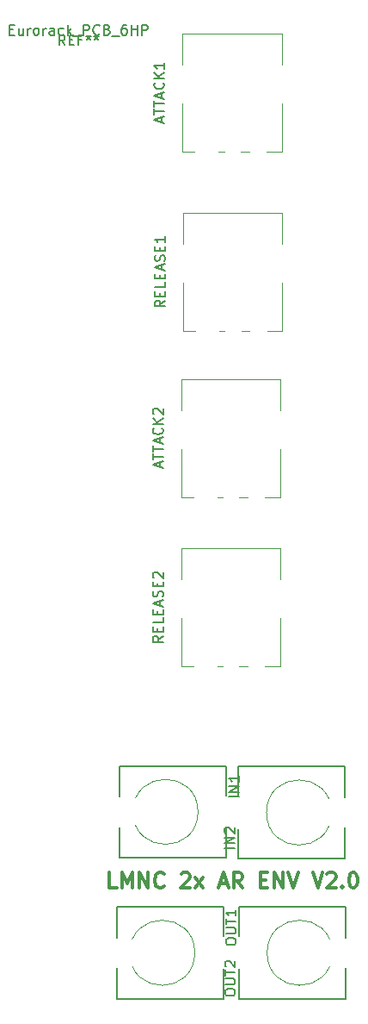
<source format=gbr>
G04 #@! TF.GenerationSoftware,KiCad,Pcbnew,(5.1.10-1-10_14)*
G04 #@! TF.CreationDate,2021-11-27T15:41:33+01:00*
G04 #@! TF.ProjectId,main,6d61696e-2e6b-4696-9361-645f70636258,rev?*
G04 #@! TF.SameCoordinates,Original*
G04 #@! TF.FileFunction,Legend,Top*
G04 #@! TF.FilePolarity,Positive*
%FSLAX46Y46*%
G04 Gerber Fmt 4.6, Leading zero omitted, Abs format (unit mm)*
G04 Created by KiCad (PCBNEW (5.1.10-1-10_14)) date 2021-11-27 15:41:33*
%MOMM*%
%LPD*%
G01*
G04 APERTURE LIST*
%ADD10C,0.300000*%
%ADD11C,0.120000*%
%ADD12C,0.200000*%
%ADD13C,0.150000*%
%ADD14O,2.720000X3.240000*%
%ADD15C,1.800000*%
%ADD16R,1.800000X1.800000*%
%ADD17O,2.300000X3.100000*%
%ADD18C,1.700000*%
G04 APERTURE END LIST*
D10*
X118583714Y-132377571D02*
X117869428Y-132377571D01*
X117869428Y-130877571D01*
X119083714Y-132377571D02*
X119083714Y-130877571D01*
X119583714Y-131949000D01*
X120083714Y-130877571D01*
X120083714Y-132377571D01*
X120798000Y-132377571D02*
X120798000Y-130877571D01*
X121655142Y-132377571D01*
X121655142Y-130877571D01*
X123226571Y-132234714D02*
X123155142Y-132306142D01*
X122940857Y-132377571D01*
X122798000Y-132377571D01*
X122583714Y-132306142D01*
X122440857Y-132163285D01*
X122369428Y-132020428D01*
X122298000Y-131734714D01*
X122298000Y-131520428D01*
X122369428Y-131234714D01*
X122440857Y-131091857D01*
X122583714Y-130949000D01*
X122798000Y-130877571D01*
X122940857Y-130877571D01*
X123155142Y-130949000D01*
X123226571Y-131020428D01*
X124940857Y-131020428D02*
X125012285Y-130949000D01*
X125155142Y-130877571D01*
X125512285Y-130877571D01*
X125655142Y-130949000D01*
X125726571Y-131020428D01*
X125798000Y-131163285D01*
X125798000Y-131306142D01*
X125726571Y-131520428D01*
X124869428Y-132377571D01*
X125798000Y-132377571D01*
X126298000Y-132377571D02*
X127083714Y-131377571D01*
X126298000Y-131377571D02*
X127083714Y-132377571D01*
X128726571Y-131949000D02*
X129440857Y-131949000D01*
X128583714Y-132377571D02*
X129083714Y-130877571D01*
X129583714Y-132377571D01*
X130940857Y-132377571D02*
X130440857Y-131663285D01*
X130083714Y-132377571D02*
X130083714Y-130877571D01*
X130655142Y-130877571D01*
X130798000Y-130949000D01*
X130869428Y-131020428D01*
X130940857Y-131163285D01*
X130940857Y-131377571D01*
X130869428Y-131520428D01*
X130798000Y-131591857D01*
X130655142Y-131663285D01*
X130083714Y-131663285D01*
X132726571Y-131591857D02*
X133226571Y-131591857D01*
X133440857Y-132377571D02*
X132726571Y-132377571D01*
X132726571Y-130877571D01*
X133440857Y-130877571D01*
X134083714Y-132377571D02*
X134083714Y-130877571D01*
X134940857Y-132377571D01*
X134940857Y-130877571D01*
X135440857Y-130877571D02*
X135940857Y-132377571D01*
X136440857Y-130877571D01*
X137869428Y-130877571D02*
X138369428Y-132377571D01*
X138869428Y-130877571D01*
X139298000Y-131020428D02*
X139369428Y-130949000D01*
X139512285Y-130877571D01*
X139869428Y-130877571D01*
X140012285Y-130949000D01*
X140083714Y-131020428D01*
X140155142Y-131163285D01*
X140155142Y-131306142D01*
X140083714Y-131520428D01*
X139226571Y-132377571D01*
X140155142Y-132377571D01*
X140798000Y-132234714D02*
X140869428Y-132306142D01*
X140798000Y-132377571D01*
X140726571Y-132306142D01*
X140798000Y-132234714D01*
X140798000Y-132377571D01*
X141798000Y-130877571D02*
X141940857Y-130877571D01*
X142083714Y-130949000D01*
X142155142Y-131020428D01*
X142226571Y-131163285D01*
X142298000Y-131449000D01*
X142298000Y-131806142D01*
X142226571Y-132091857D01*
X142155142Y-132234714D01*
X142083714Y-132306142D01*
X141940857Y-132377571D01*
X141798000Y-132377571D01*
X141655142Y-132306142D01*
X141583714Y-132234714D01*
X141512285Y-132091857D01*
X141440857Y-131806142D01*
X141440857Y-131449000D01*
X141512285Y-131163285D01*
X141583714Y-131020428D01*
X141655142Y-130949000D01*
X141798000Y-130877571D01*
D11*
X134688000Y-82399000D02*
X124948000Y-82399000D01*
X134688000Y-93989000D02*
X133198000Y-93989000D01*
X134688000Y-85459000D02*
X134688000Y-82399000D01*
X124938000Y-93989000D02*
X124938000Y-89269000D01*
X124948000Y-85459000D02*
X124948000Y-82399000D01*
X134688000Y-93989000D02*
X134688000Y-89269000D01*
X126128000Y-93989000D02*
X124948000Y-93989000D01*
X129028000Y-93989000D02*
X128498000Y-93989000D01*
X131478000Y-93989000D02*
X130648000Y-93989000D01*
X134688000Y-99036000D02*
X124948000Y-99036000D01*
X134688000Y-110626000D02*
X133198000Y-110626000D01*
X134688000Y-102096000D02*
X134688000Y-99036000D01*
X124938000Y-110626000D02*
X124938000Y-105906000D01*
X124948000Y-102096000D02*
X124948000Y-99036000D01*
X134688000Y-110626000D02*
X134688000Y-105906000D01*
X126128000Y-110626000D02*
X124948000Y-110626000D01*
X129028000Y-110626000D02*
X128498000Y-110626000D01*
X131478000Y-110626000D02*
X130648000Y-110626000D01*
X134814000Y-48490000D02*
X125074000Y-48490000D01*
X134814000Y-60080000D02*
X133324000Y-60080000D01*
X134814000Y-51550000D02*
X134814000Y-48490000D01*
X125064000Y-60080000D02*
X125064000Y-55360000D01*
X125074000Y-51550000D02*
X125074000Y-48490000D01*
X134814000Y-60080000D02*
X134814000Y-55360000D01*
X126254000Y-60080000D02*
X125074000Y-60080000D01*
X129154000Y-60080000D02*
X128624000Y-60080000D01*
X131604000Y-60080000D02*
X130774000Y-60080000D01*
X134878000Y-66079500D02*
X125138000Y-66079500D01*
X134878000Y-77669500D02*
X133388000Y-77669500D01*
X134878000Y-69139500D02*
X134878000Y-66079500D01*
X125128000Y-77669500D02*
X125128000Y-72949500D01*
X125138000Y-69139500D02*
X125138000Y-66079500D01*
X134878000Y-77669500D02*
X134878000Y-72949500D01*
X126318000Y-77669500D02*
X125138000Y-77669500D01*
X129218000Y-77669500D02*
X128688000Y-77669500D01*
X131668000Y-77669500D02*
X130838000Y-77669500D01*
D12*
X141088000Y-134248000D02*
X130588000Y-134248000D01*
X141088000Y-143248000D02*
X130588000Y-143248000D01*
X130588000Y-143248000D02*
X130588000Y-140348000D01*
X130588000Y-137148000D02*
X130588000Y-134248000D01*
X141088000Y-143248000D02*
X141088000Y-140248000D01*
X141088000Y-137248000D02*
X141088000Y-134248000D01*
D11*
X139788000Y-138748000D02*
G75*
G03*
X139788000Y-138748000I-3200000J0D01*
G01*
D12*
X118563000Y-143248000D02*
X129063000Y-143248000D01*
X118563000Y-134248000D02*
X129063000Y-134248000D01*
X129063000Y-134248000D02*
X129063000Y-137148000D01*
X129063000Y-140348000D02*
X129063000Y-143248000D01*
X118563000Y-134248000D02*
X118563000Y-137248000D01*
X118563000Y-140248000D02*
X118563000Y-143248000D01*
D11*
X126263000Y-138748000D02*
G75*
G03*
X126263000Y-138748000I-3200000J0D01*
G01*
D12*
X141025000Y-120468000D02*
X130525000Y-120468000D01*
X141025000Y-129468000D02*
X130525000Y-129468000D01*
X130525000Y-129468000D02*
X130525000Y-126568000D01*
X130525000Y-123368000D02*
X130525000Y-120468000D01*
X141025000Y-129468000D02*
X141025000Y-126468000D01*
X141025000Y-123468000D02*
X141025000Y-120468000D01*
D11*
X139725000Y-124968000D02*
G75*
G03*
X139725000Y-124968000I-3200000J0D01*
G01*
D12*
X118880000Y-129404000D02*
X129380000Y-129404000D01*
X118880000Y-120404000D02*
X129380000Y-120404000D01*
X129380000Y-120404000D02*
X129380000Y-123304000D01*
X129380000Y-126504000D02*
X129380000Y-129404000D01*
X118880000Y-120404000D02*
X118880000Y-123404000D01*
X118880000Y-126404000D02*
X118880000Y-129404000D01*
D11*
X126580000Y-124904000D02*
G75*
G03*
X126580000Y-124904000I-3200000J0D01*
G01*
D13*
X113474666Y-49593380D02*
X113141333Y-49117190D01*
X112903238Y-49593380D02*
X112903238Y-48593380D01*
X113284190Y-48593380D01*
X113379428Y-48641000D01*
X113427047Y-48688619D01*
X113474666Y-48783857D01*
X113474666Y-48926714D01*
X113427047Y-49021952D01*
X113379428Y-49069571D01*
X113284190Y-49117190D01*
X112903238Y-49117190D01*
X113903238Y-49069571D02*
X114236571Y-49069571D01*
X114379428Y-49593380D02*
X113903238Y-49593380D01*
X113903238Y-48593380D01*
X114379428Y-48593380D01*
X115141333Y-49069571D02*
X114808000Y-49069571D01*
X114808000Y-49593380D02*
X114808000Y-48593380D01*
X115284190Y-48593380D01*
X115808000Y-48593380D02*
X115808000Y-48831476D01*
X115569904Y-48736238D02*
X115808000Y-48831476D01*
X116046095Y-48736238D01*
X115665142Y-49021952D02*
X115808000Y-48831476D01*
X115950857Y-49021952D01*
X116569904Y-48593380D02*
X116569904Y-48831476D01*
X116331809Y-48736238D02*
X116569904Y-48831476D01*
X116808000Y-48736238D01*
X116427047Y-49021952D02*
X116569904Y-48831476D01*
X116712761Y-49021952D01*
X108022285Y-48069571D02*
X108355619Y-48069571D01*
X108498476Y-48593380D02*
X108022285Y-48593380D01*
X108022285Y-47593380D01*
X108498476Y-47593380D01*
X109355619Y-47926714D02*
X109355619Y-48593380D01*
X108927047Y-47926714D02*
X108927047Y-48450523D01*
X108974666Y-48545761D01*
X109069904Y-48593380D01*
X109212761Y-48593380D01*
X109308000Y-48545761D01*
X109355619Y-48498142D01*
X109831809Y-48593380D02*
X109831809Y-47926714D01*
X109831809Y-48117190D02*
X109879428Y-48021952D01*
X109927047Y-47974333D01*
X110022285Y-47926714D01*
X110117523Y-47926714D01*
X110593714Y-48593380D02*
X110498476Y-48545761D01*
X110450857Y-48498142D01*
X110403238Y-48402904D01*
X110403238Y-48117190D01*
X110450857Y-48021952D01*
X110498476Y-47974333D01*
X110593714Y-47926714D01*
X110736571Y-47926714D01*
X110831809Y-47974333D01*
X110879428Y-48021952D01*
X110927047Y-48117190D01*
X110927047Y-48402904D01*
X110879428Y-48498142D01*
X110831809Y-48545761D01*
X110736571Y-48593380D01*
X110593714Y-48593380D01*
X111355619Y-48593380D02*
X111355619Y-47926714D01*
X111355619Y-48117190D02*
X111403238Y-48021952D01*
X111450857Y-47974333D01*
X111546095Y-47926714D01*
X111641333Y-47926714D01*
X112403238Y-48593380D02*
X112403238Y-48069571D01*
X112355619Y-47974333D01*
X112260380Y-47926714D01*
X112069904Y-47926714D01*
X111974666Y-47974333D01*
X112403238Y-48545761D02*
X112308000Y-48593380D01*
X112069904Y-48593380D01*
X111974666Y-48545761D01*
X111927047Y-48450523D01*
X111927047Y-48355285D01*
X111974666Y-48260047D01*
X112069904Y-48212428D01*
X112308000Y-48212428D01*
X112403238Y-48164809D01*
X113308000Y-48545761D02*
X113212761Y-48593380D01*
X113022285Y-48593380D01*
X112927047Y-48545761D01*
X112879428Y-48498142D01*
X112831809Y-48402904D01*
X112831809Y-48117190D01*
X112879428Y-48021952D01*
X112927047Y-47974333D01*
X113022285Y-47926714D01*
X113212761Y-47926714D01*
X113308000Y-47974333D01*
X113736571Y-48593380D02*
X113736571Y-47593380D01*
X113831809Y-48212428D02*
X114117523Y-48593380D01*
X114117523Y-47926714D02*
X113736571Y-48307666D01*
X114308000Y-48688619D02*
X115069904Y-48688619D01*
X115308000Y-48593380D02*
X115308000Y-47593380D01*
X115688952Y-47593380D01*
X115784190Y-47641000D01*
X115831809Y-47688619D01*
X115879428Y-47783857D01*
X115879428Y-47926714D01*
X115831809Y-48021952D01*
X115784190Y-48069571D01*
X115688952Y-48117190D01*
X115308000Y-48117190D01*
X116879428Y-48498142D02*
X116831809Y-48545761D01*
X116688952Y-48593380D01*
X116593714Y-48593380D01*
X116450857Y-48545761D01*
X116355619Y-48450523D01*
X116308000Y-48355285D01*
X116260380Y-48164809D01*
X116260380Y-48021952D01*
X116308000Y-47831476D01*
X116355619Y-47736238D01*
X116450857Y-47641000D01*
X116593714Y-47593380D01*
X116688952Y-47593380D01*
X116831809Y-47641000D01*
X116879428Y-47688619D01*
X117641333Y-48069571D02*
X117784190Y-48117190D01*
X117831809Y-48164809D01*
X117879428Y-48260047D01*
X117879428Y-48402904D01*
X117831809Y-48498142D01*
X117784190Y-48545761D01*
X117688952Y-48593380D01*
X117308000Y-48593380D01*
X117308000Y-47593380D01*
X117641333Y-47593380D01*
X117736571Y-47641000D01*
X117784190Y-47688619D01*
X117831809Y-47783857D01*
X117831809Y-47879095D01*
X117784190Y-47974333D01*
X117736571Y-48021952D01*
X117641333Y-48069571D01*
X117308000Y-48069571D01*
X118069904Y-48688619D02*
X118831809Y-48688619D01*
X119498476Y-47593380D02*
X119308000Y-47593380D01*
X119212761Y-47641000D01*
X119165142Y-47688619D01*
X119069904Y-47831476D01*
X119022285Y-48021952D01*
X119022285Y-48402904D01*
X119069904Y-48498142D01*
X119117523Y-48545761D01*
X119212761Y-48593380D01*
X119403238Y-48593380D01*
X119498476Y-48545761D01*
X119546095Y-48498142D01*
X119593714Y-48402904D01*
X119593714Y-48164809D01*
X119546095Y-48069571D01*
X119498476Y-48021952D01*
X119403238Y-47974333D01*
X119212761Y-47974333D01*
X119117523Y-48021952D01*
X119069904Y-48069571D01*
X119022285Y-48164809D01*
X120022285Y-48593380D02*
X120022285Y-47593380D01*
X120022285Y-48069571D02*
X120593714Y-48069571D01*
X120593714Y-48593380D02*
X120593714Y-47593380D01*
X121069904Y-48593380D02*
X121069904Y-47593380D01*
X121450857Y-47593380D01*
X121546095Y-47641000D01*
X121593714Y-47688619D01*
X121641333Y-47783857D01*
X121641333Y-47926714D01*
X121593714Y-48021952D01*
X121546095Y-48069571D01*
X121450857Y-48117190D01*
X121069904Y-48117190D01*
X122844666Y-91063761D02*
X122844666Y-90587571D01*
X123130380Y-91159000D02*
X122130380Y-90825666D01*
X123130380Y-90492333D01*
X122130380Y-90301857D02*
X122130380Y-89730428D01*
X123130380Y-90016142D02*
X122130380Y-90016142D01*
X122130380Y-89539952D02*
X122130380Y-88968523D01*
X123130380Y-89254238D02*
X122130380Y-89254238D01*
X122844666Y-88682809D02*
X122844666Y-88206619D01*
X123130380Y-88778047D02*
X122130380Y-88444714D01*
X123130380Y-88111380D01*
X123035142Y-87206619D02*
X123082761Y-87254238D01*
X123130380Y-87397095D01*
X123130380Y-87492333D01*
X123082761Y-87635190D01*
X122987523Y-87730428D01*
X122892285Y-87778047D01*
X122701809Y-87825666D01*
X122558952Y-87825666D01*
X122368476Y-87778047D01*
X122273238Y-87730428D01*
X122178000Y-87635190D01*
X122130380Y-87492333D01*
X122130380Y-87397095D01*
X122178000Y-87254238D01*
X122225619Y-87206619D01*
X123130380Y-86778047D02*
X122130380Y-86778047D01*
X123130380Y-86206619D02*
X122558952Y-86635190D01*
X122130380Y-86206619D02*
X122701809Y-86778047D01*
X122225619Y-85825666D02*
X122178000Y-85778047D01*
X122130380Y-85682809D01*
X122130380Y-85444714D01*
X122178000Y-85349476D01*
X122225619Y-85301857D01*
X122320857Y-85254238D01*
X122416095Y-85254238D01*
X122558952Y-85301857D01*
X123130380Y-85873285D01*
X123130380Y-85254238D01*
X123130380Y-107629333D02*
X122654190Y-107962666D01*
X123130380Y-108200761D02*
X122130380Y-108200761D01*
X122130380Y-107819809D01*
X122178000Y-107724571D01*
X122225619Y-107676952D01*
X122320857Y-107629333D01*
X122463714Y-107629333D01*
X122558952Y-107676952D01*
X122606571Y-107724571D01*
X122654190Y-107819809D01*
X122654190Y-108200761D01*
X122606571Y-107200761D02*
X122606571Y-106867428D01*
X123130380Y-106724571D02*
X123130380Y-107200761D01*
X122130380Y-107200761D01*
X122130380Y-106724571D01*
X123130380Y-105819809D02*
X123130380Y-106296000D01*
X122130380Y-106296000D01*
X122606571Y-105486476D02*
X122606571Y-105153142D01*
X123130380Y-105010285D02*
X123130380Y-105486476D01*
X122130380Y-105486476D01*
X122130380Y-105010285D01*
X122844666Y-104629333D02*
X122844666Y-104153142D01*
X123130380Y-104724571D02*
X122130380Y-104391238D01*
X123130380Y-104057904D01*
X123082761Y-103772190D02*
X123130380Y-103629333D01*
X123130380Y-103391238D01*
X123082761Y-103296000D01*
X123035142Y-103248380D01*
X122939904Y-103200761D01*
X122844666Y-103200761D01*
X122749428Y-103248380D01*
X122701809Y-103296000D01*
X122654190Y-103391238D01*
X122606571Y-103581714D01*
X122558952Y-103676952D01*
X122511333Y-103724571D01*
X122416095Y-103772190D01*
X122320857Y-103772190D01*
X122225619Y-103724571D01*
X122178000Y-103676952D01*
X122130380Y-103581714D01*
X122130380Y-103343619D01*
X122178000Y-103200761D01*
X122606571Y-102772190D02*
X122606571Y-102438857D01*
X123130380Y-102296000D02*
X123130380Y-102772190D01*
X122130380Y-102772190D01*
X122130380Y-102296000D01*
X122225619Y-101915047D02*
X122178000Y-101867428D01*
X122130380Y-101772190D01*
X122130380Y-101534095D01*
X122178000Y-101438857D01*
X122225619Y-101391238D01*
X122320857Y-101343619D01*
X122416095Y-101343619D01*
X122558952Y-101391238D01*
X123130380Y-101962666D01*
X123130380Y-101343619D01*
X122970666Y-57154761D02*
X122970666Y-56678571D01*
X123256380Y-57250000D02*
X122256380Y-56916666D01*
X123256380Y-56583333D01*
X122256380Y-56392857D02*
X122256380Y-55821428D01*
X123256380Y-56107142D02*
X122256380Y-56107142D01*
X122256380Y-55630952D02*
X122256380Y-55059523D01*
X123256380Y-55345238D02*
X122256380Y-55345238D01*
X122970666Y-54773809D02*
X122970666Y-54297619D01*
X123256380Y-54869047D02*
X122256380Y-54535714D01*
X123256380Y-54202380D01*
X123161142Y-53297619D02*
X123208761Y-53345238D01*
X123256380Y-53488095D01*
X123256380Y-53583333D01*
X123208761Y-53726190D01*
X123113523Y-53821428D01*
X123018285Y-53869047D01*
X122827809Y-53916666D01*
X122684952Y-53916666D01*
X122494476Y-53869047D01*
X122399238Y-53821428D01*
X122304000Y-53726190D01*
X122256380Y-53583333D01*
X122256380Y-53488095D01*
X122304000Y-53345238D01*
X122351619Y-53297619D01*
X123256380Y-52869047D02*
X122256380Y-52869047D01*
X123256380Y-52297619D02*
X122684952Y-52726190D01*
X122256380Y-52297619D02*
X122827809Y-52869047D01*
X123256380Y-51345238D02*
X123256380Y-51916666D01*
X123256380Y-51630952D02*
X122256380Y-51630952D01*
X122399238Y-51726190D01*
X122494476Y-51821428D01*
X122542095Y-51916666D01*
X123320380Y-74672833D02*
X122844190Y-75006166D01*
X123320380Y-75244261D02*
X122320380Y-75244261D01*
X122320380Y-74863309D01*
X122368000Y-74768071D01*
X122415619Y-74720452D01*
X122510857Y-74672833D01*
X122653714Y-74672833D01*
X122748952Y-74720452D01*
X122796571Y-74768071D01*
X122844190Y-74863309D01*
X122844190Y-75244261D01*
X122796571Y-74244261D02*
X122796571Y-73910928D01*
X123320380Y-73768071D02*
X123320380Y-74244261D01*
X122320380Y-74244261D01*
X122320380Y-73768071D01*
X123320380Y-72863309D02*
X123320380Y-73339500D01*
X122320380Y-73339500D01*
X122796571Y-72529976D02*
X122796571Y-72196642D01*
X123320380Y-72053785D02*
X123320380Y-72529976D01*
X122320380Y-72529976D01*
X122320380Y-72053785D01*
X123034666Y-71672833D02*
X123034666Y-71196642D01*
X123320380Y-71768071D02*
X122320380Y-71434738D01*
X123320380Y-71101404D01*
X123272761Y-70815690D02*
X123320380Y-70672833D01*
X123320380Y-70434738D01*
X123272761Y-70339500D01*
X123225142Y-70291880D01*
X123129904Y-70244261D01*
X123034666Y-70244261D01*
X122939428Y-70291880D01*
X122891809Y-70339500D01*
X122844190Y-70434738D01*
X122796571Y-70625214D01*
X122748952Y-70720452D01*
X122701333Y-70768071D01*
X122606095Y-70815690D01*
X122510857Y-70815690D01*
X122415619Y-70768071D01*
X122368000Y-70720452D01*
X122320380Y-70625214D01*
X122320380Y-70387119D01*
X122368000Y-70244261D01*
X122796571Y-69815690D02*
X122796571Y-69482357D01*
X123320380Y-69339500D02*
X123320380Y-69815690D01*
X122320380Y-69815690D01*
X122320380Y-69339500D01*
X123320380Y-68387119D02*
X123320380Y-68958547D01*
X123320380Y-68672833D02*
X122320380Y-68672833D01*
X122463238Y-68768071D01*
X122558476Y-68863309D01*
X122606095Y-68958547D01*
X129240380Y-142724190D02*
X129240380Y-142533714D01*
X129288000Y-142438476D01*
X129383238Y-142343238D01*
X129573714Y-142295619D01*
X129907047Y-142295619D01*
X130097523Y-142343238D01*
X130192761Y-142438476D01*
X130240380Y-142533714D01*
X130240380Y-142724190D01*
X130192761Y-142819428D01*
X130097523Y-142914666D01*
X129907047Y-142962285D01*
X129573714Y-142962285D01*
X129383238Y-142914666D01*
X129288000Y-142819428D01*
X129240380Y-142724190D01*
X129240380Y-141867047D02*
X130049904Y-141867047D01*
X130145142Y-141819428D01*
X130192761Y-141771809D01*
X130240380Y-141676571D01*
X130240380Y-141486095D01*
X130192761Y-141390857D01*
X130145142Y-141343238D01*
X130049904Y-141295619D01*
X129240380Y-141295619D01*
X129240380Y-140962285D02*
X129240380Y-140390857D01*
X130240380Y-140676571D02*
X129240380Y-140676571D01*
X129335619Y-140105142D02*
X129288000Y-140057523D01*
X129240380Y-139962285D01*
X129240380Y-139724190D01*
X129288000Y-139628952D01*
X129335619Y-139581333D01*
X129430857Y-139533714D01*
X129526095Y-139533714D01*
X129668952Y-139581333D01*
X130240380Y-140152761D01*
X130240380Y-139533714D01*
X129315380Y-137724190D02*
X129315380Y-137533714D01*
X129363000Y-137438476D01*
X129458238Y-137343238D01*
X129648714Y-137295619D01*
X129982047Y-137295619D01*
X130172523Y-137343238D01*
X130267761Y-137438476D01*
X130315380Y-137533714D01*
X130315380Y-137724190D01*
X130267761Y-137819428D01*
X130172523Y-137914666D01*
X129982047Y-137962285D01*
X129648714Y-137962285D01*
X129458238Y-137914666D01*
X129363000Y-137819428D01*
X129315380Y-137724190D01*
X129315380Y-136867047D02*
X130124904Y-136867047D01*
X130220142Y-136819428D01*
X130267761Y-136771809D01*
X130315380Y-136676571D01*
X130315380Y-136486095D01*
X130267761Y-136390857D01*
X130220142Y-136343238D01*
X130124904Y-136295619D01*
X129315380Y-136295619D01*
X129315380Y-135962285D02*
X129315380Y-135390857D01*
X130315380Y-135676571D02*
X129315380Y-135676571D01*
X130315380Y-134533714D02*
X130315380Y-135105142D01*
X130315380Y-134819428D02*
X129315380Y-134819428D01*
X129458238Y-134914666D01*
X129553476Y-135009904D01*
X129601095Y-135105142D01*
X130177380Y-128468000D02*
X129177380Y-128468000D01*
X130177380Y-127991809D02*
X129177380Y-127991809D01*
X130177380Y-127420380D01*
X129177380Y-127420380D01*
X129272619Y-126991809D02*
X129225000Y-126944190D01*
X129177380Y-126848952D01*
X129177380Y-126610857D01*
X129225000Y-126515619D01*
X129272619Y-126468000D01*
X129367857Y-126420380D01*
X129463095Y-126420380D01*
X129605952Y-126468000D01*
X130177380Y-127039428D01*
X130177380Y-126420380D01*
X130632380Y-123404000D02*
X129632380Y-123404000D01*
X130632380Y-122927809D02*
X129632380Y-122927809D01*
X130632380Y-122356380D01*
X129632380Y-122356380D01*
X130632380Y-121356380D02*
X130632380Y-121927809D01*
X130632380Y-121642095D02*
X129632380Y-121642095D01*
X129775238Y-121737333D01*
X129870476Y-121832571D01*
X129918095Y-121927809D01*
%LPC*%
D14*
X125018000Y-87369000D03*
X134618000Y-87369000D03*
D15*
X132318000Y-94869000D03*
X129818000Y-94869000D03*
D16*
X127318000Y-94869000D03*
D14*
X125018000Y-104006000D03*
X134618000Y-104006000D03*
D15*
X132318000Y-111506000D03*
X129818000Y-111506000D03*
D16*
X127318000Y-111506000D03*
D14*
X125144000Y-53460000D03*
X134744000Y-53460000D03*
D15*
X132444000Y-60960000D03*
X129944000Y-60960000D03*
D16*
X127444000Y-60960000D03*
D14*
X125208000Y-71049500D03*
X134808000Y-71049500D03*
D15*
X132508000Y-78549500D03*
X130008000Y-78549500D03*
D16*
X127508000Y-78549500D03*
G36*
G01*
X132318000Y-140048000D02*
X131018000Y-140048000D01*
G75*
G02*
X130368000Y-139398000I0J650000D01*
G01*
X130368000Y-138098000D01*
G75*
G02*
X131018000Y-137448000I650000J0D01*
G01*
X132318000Y-137448000D01*
G75*
G02*
X132968000Y-138098000I0J-650000D01*
G01*
X132968000Y-139398000D01*
G75*
G02*
X132318000Y-140048000I-650000J0D01*
G01*
G37*
D17*
X143068000Y-138748000D03*
G36*
G01*
X140618000Y-140048000D02*
X139318000Y-140048000D01*
G75*
G02*
X138668000Y-139398000I0J650000D01*
G01*
X138668000Y-138098000D01*
G75*
G02*
X139318000Y-137448000I650000J0D01*
G01*
X140618000Y-137448000D01*
G75*
G02*
X141268000Y-138098000I0J-650000D01*
G01*
X141268000Y-139398000D01*
G75*
G02*
X140618000Y-140048000I-650000J0D01*
G01*
G37*
G36*
G01*
X127333000Y-137448000D02*
X128633000Y-137448000D01*
G75*
G02*
X129283000Y-138098000I0J-650000D01*
G01*
X129283000Y-139398000D01*
G75*
G02*
X128633000Y-140048000I-650000J0D01*
G01*
X127333000Y-140048000D01*
G75*
G02*
X126683000Y-139398000I0J650000D01*
G01*
X126683000Y-138098000D01*
G75*
G02*
X127333000Y-137448000I650000J0D01*
G01*
G37*
X116583000Y-138748000D03*
G36*
G01*
X119033000Y-137448000D02*
X120333000Y-137448000D01*
G75*
G02*
X120983000Y-138098000I0J-650000D01*
G01*
X120983000Y-139398000D01*
G75*
G02*
X120333000Y-140048000I-650000J0D01*
G01*
X119033000Y-140048000D01*
G75*
G02*
X118383000Y-139398000I0J650000D01*
G01*
X118383000Y-138098000D01*
G75*
G02*
X119033000Y-137448000I650000J0D01*
G01*
G37*
D18*
X134938000Y-118999000D03*
X132398000Y-118999000D03*
X129858000Y-118999000D03*
X127318000Y-118999000D03*
X124778000Y-118999000D03*
X134938000Y-116459000D03*
X132398000Y-116459000D03*
X129858000Y-116459000D03*
X127318000Y-116459000D03*
G36*
G01*
X124178000Y-115609000D02*
X125378000Y-115609000D01*
G75*
G02*
X125628000Y-115859000I0J-250000D01*
G01*
X125628000Y-117059000D01*
G75*
G02*
X125378000Y-117309000I-250000J0D01*
G01*
X124178000Y-117309000D01*
G75*
G02*
X123928000Y-117059000I0J250000D01*
G01*
X123928000Y-115859000D01*
G75*
G02*
X124178000Y-115609000I250000J0D01*
G01*
G37*
G36*
G01*
X132255000Y-126268000D02*
X130955000Y-126268000D01*
G75*
G02*
X130305000Y-125618000I0J650000D01*
G01*
X130305000Y-124318000D01*
G75*
G02*
X130955000Y-123668000I650000J0D01*
G01*
X132255000Y-123668000D01*
G75*
G02*
X132905000Y-124318000I0J-650000D01*
G01*
X132905000Y-125618000D01*
G75*
G02*
X132255000Y-126268000I-650000J0D01*
G01*
G37*
D17*
X143005000Y-124968000D03*
G36*
G01*
X140555000Y-126268000D02*
X139255000Y-126268000D01*
G75*
G02*
X138605000Y-125618000I0J650000D01*
G01*
X138605000Y-124318000D01*
G75*
G02*
X139255000Y-123668000I650000J0D01*
G01*
X140555000Y-123668000D01*
G75*
G02*
X141205000Y-124318000I0J-650000D01*
G01*
X141205000Y-125618000D01*
G75*
G02*
X140555000Y-126268000I-650000J0D01*
G01*
G37*
G36*
G01*
X127650000Y-123604000D02*
X128950000Y-123604000D01*
G75*
G02*
X129600000Y-124254000I0J-650000D01*
G01*
X129600000Y-125554000D01*
G75*
G02*
X128950000Y-126204000I-650000J0D01*
G01*
X127650000Y-126204000D01*
G75*
G02*
X127000000Y-125554000I0J650000D01*
G01*
X127000000Y-124254000D01*
G75*
G02*
X127650000Y-123604000I650000J0D01*
G01*
G37*
X116900000Y-124904000D03*
G36*
G01*
X119350000Y-123604000D02*
X120650000Y-123604000D01*
G75*
G02*
X121300000Y-124254000I0J-650000D01*
G01*
X121300000Y-125554000D01*
G75*
G02*
X120650000Y-126204000I-650000J0D01*
G01*
X119350000Y-126204000D01*
G75*
G02*
X118700000Y-125554000I0J650000D01*
G01*
X118700000Y-124254000D01*
G75*
G02*
X119350000Y-123604000I650000J0D01*
G01*
G37*
M02*

</source>
